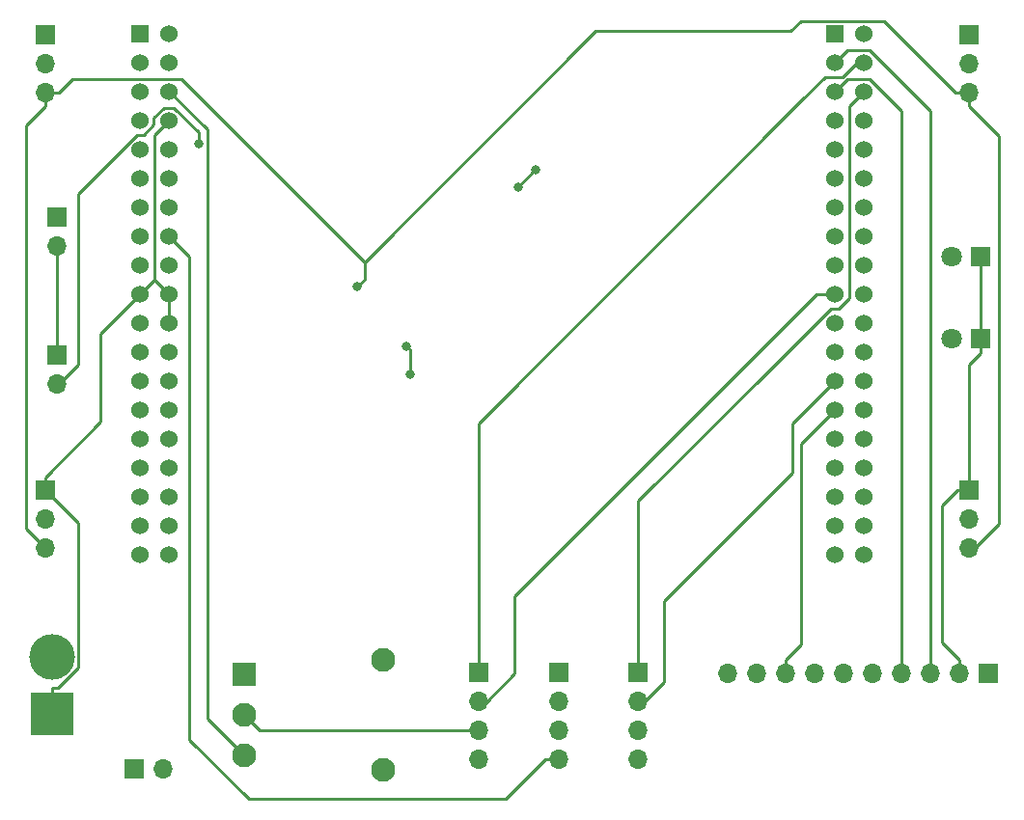
<source format=gbr>
%TF.GenerationSoftware,KiCad,Pcbnew,7.0.8*%
%TF.CreationDate,2023-10-27T03:08:27+09:00*%
%TF.ProjectId,doggedness_schemetic,646f6767-6564-46e6-9573-735f73636865,rev?*%
%TF.SameCoordinates,Original*%
%TF.FileFunction,Copper,L2,Bot*%
%TF.FilePolarity,Positive*%
%FSLAX46Y46*%
G04 Gerber Fmt 4.6, Leading zero omitted, Abs format (unit mm)*
G04 Created by KiCad (PCBNEW 7.0.8) date 2023-10-27 03:08:27*
%MOMM*%
%LPD*%
G01*
G04 APERTURE LIST*
%TA.AperFunction,ComponentPad*%
%ADD10C,1.530000*%
%TD*%
%TA.AperFunction,ComponentPad*%
%ADD11R,1.530000X1.530000*%
%TD*%
%TA.AperFunction,ComponentPad*%
%ADD12R,1.700000X1.700000*%
%TD*%
%TA.AperFunction,ComponentPad*%
%ADD13O,1.700000X1.700000*%
%TD*%
%TA.AperFunction,ComponentPad*%
%ADD14R,2.100000X2.100000*%
%TD*%
%TA.AperFunction,ComponentPad*%
%ADD15C,2.100000*%
%TD*%
%TA.AperFunction,ComponentPad*%
%ADD16R,3.800000X3.800000*%
%TD*%
%TA.AperFunction,ComponentPad*%
%ADD17C,4.000000*%
%TD*%
%TA.AperFunction,ComponentPad*%
%ADD18C,1.800000*%
%TD*%
%TA.AperFunction,ComponentPad*%
%ADD19R,1.800000X1.800000*%
%TD*%
%TA.AperFunction,ViaPad*%
%ADD20C,0.800000*%
%TD*%
%TA.AperFunction,Conductor*%
%ADD21C,0.250000*%
%TD*%
G04 APERTURE END LIST*
D10*
%TO.P,U1,CN10_38*%
%TO.N,N/C*%
X194818000Y-102616000D03*
%TO.P,U1,CN10_37,PA3*%
%TO.N,Net-(J9-RX)*%
X192278000Y-102616000D03*
%TO.P,U1,CN10_36*%
%TO.N,N/C*%
X194818000Y-100076000D03*
%TO.P,U1,CN10_35,PA2*%
%TO.N,Net-(J9-TX)*%
X192278000Y-100076000D03*
%TO.P,U1,CN10_34,PC4*%
%TO.N,unconnected-(U1B-PC4-PadCN10_34)*%
X194818000Y-97536000D03*
%TO.P,U1,CN10_33,PA10*%
%TO.N,unconnected-(U1B-PA10-PadCN10_33)*%
X192278000Y-97536000D03*
%TO.P,U1,CN10_32,AGND*%
%TO.N,unconnected-(U1B-AGND-PadCN10_32)*%
X194818000Y-94996000D03*
%TO.P,U1,CN10_31,PB3*%
%TO.N,unconnected-(U1B-PB3-PadCN10_31)*%
X192278000Y-94996000D03*
%TO.P,U1,CN10_30,PB13*%
%TO.N,unconnected-(U1B-PB13-PadCN10_30)*%
X194818000Y-92456000D03*
%TO.P,U1,CN10_29,PB5*%
%TO.N,MOTOR_TXE*%
X192278000Y-92456000D03*
%TO.P,U1,CN10_28,PB14*%
%TO.N,LED_RUN*%
X194818000Y-89916000D03*
%TO.P,U1,CN10_27,PB4*%
%TO.N,GY_INT*%
X192278000Y-89916000D03*
%TO.P,U1,CN10_26,PB15*%
%TO.N,LED_ERR*%
X194818000Y-87376000D03*
%TO.P,U1,CN10_25,PB10*%
%TO.N,Net-(J10-TX)*%
X192278000Y-87376000D03*
%TO.P,U1,CN10_24,PB1*%
%TO.N,unconnected-(U1B-PB1-PadCN10_24)*%
X194818000Y-84836000D03*
%TO.P,U1,CN10_23,PA8*%
%TO.N,unconnected-(U1B-PA8-PadCN10_23)*%
X192278000Y-84836000D03*
%TO.P,U1,CN10_22,PB2*%
%TO.N,unconnected-(U1B-PB2-PadCN10_22)*%
X194818000Y-82296000D03*
%TO.P,U1,CN10_21,PA9*%
%TO.N,unconnected-(U1B-PA9-PadCN10_21)*%
X192278000Y-82296000D03*
%TO.P,U1,CN10_20,CN10_GND*%
%TO.N,GND*%
X194818000Y-79756000D03*
%TO.P,U1,CN10_19,PC7*%
%TO.N,Net-(J8-RX)*%
X192278000Y-79756000D03*
%TO.P,U1,CN10_18*%
%TO.N,N/C*%
X194818000Y-77216000D03*
%TO.P,U1,CN10_17,PB6*%
%TO.N,MOTOR_TX*%
X192278000Y-77216000D03*
%TO.P,U1,CN10_16,PB12*%
%TO.N,unconnected-(U1B-PB12-PadCN10_16)*%
X194818000Y-74676000D03*
%TO.P,U1,CN10_15,PA7*%
%TO.N,unconnected-(U1B-PA7-PadCN10_15)*%
X192278000Y-74676000D03*
%TO.P,U1,CN10_14,PA11*%
%TO.N,CAN_RX*%
X194818000Y-72136000D03*
%TO.P,U1,CN10_13,PA6*%
%TO.N,unconnected-(U1B-PA6-PadCN10_13)*%
X192278000Y-72136000D03*
%TO.P,U1,CN10_12,PA12*%
%TO.N,CAN_TX*%
X194818000Y-69596000D03*
%TO.P,U1,CN10_11,PA5*%
%TO.N,unconnected-(U1B-PA5-PadCN10_11)*%
X192278000Y-69596000D03*
%TO.P,U1,CN10_10*%
%TO.N,N/C*%
X194818000Y-67056000D03*
%TO.P,U1,CN10_9,CN10_GND*%
%TO.N,GND*%
X192278000Y-67056000D03*
%TO.P,U1,CN10_8,U5V*%
%TO.N,unconnected-(U1B-U5V-PadCN10_8)*%
X194818000Y-64516000D03*
%TO.P,U1,CN10_7,AVDD*%
%TO.N,unconnected-(U1B-AVDD-PadCN10_7)*%
X192278000Y-64516000D03*
%TO.P,U1,CN10_6,PC5*%
%TO.N,Net-(J10-RX)*%
X194818000Y-61976000D03*
%TO.P,U1,CN10_5,PB9*%
%TO.N,GY_SDA*%
X192278000Y-61976000D03*
%TO.P,U1,CN10_4,PC6*%
%TO.N,Net-(J8-TX)*%
X194818000Y-59436000D03*
%TO.P,U1,CN10_3,PB8*%
%TO.N,GY_SCL*%
X192278000Y-59436000D03*
%TO.P,U1,CN10_2,PC8*%
%TO.N,unconnected-(U1B-PC8-PadCN10_2)*%
X194818000Y-56896000D03*
D11*
%TO.P,U1,CN10_1,PC9*%
%TO.N,unconnected-(U1B-PC9-PadCN10_1)*%
X192278000Y-56896000D03*
D10*
%TO.P,U1,CN7_38,PC0/PB8*%
%TO.N,unconnected-(U1A-PC0{slash}PB8-PadCN7_38)*%
X133858000Y-102616000D03*
%TO.P,U1,CN7_37,PC3*%
%TO.N,unconnected-(U1A-PC3-PadCN7_37)*%
X131318000Y-102616000D03*
%TO.P,U1,CN7_36,PC1/PB9*%
%TO.N,unconnected-(U1A-PC1{slash}PB9-PadCN7_36)*%
X133858000Y-100076000D03*
%TO.P,U1,CN7_35,PC2*%
%TO.N,unconnected-(U1A-PC2-PadCN7_35)*%
X131318000Y-100076000D03*
%TO.P,U1,CN7_34,PB0*%
%TO.N,unconnected-(U1A-PB0-PadCN7_34)*%
X133858000Y-97536000D03*
%TO.P,U1,CN7_33,VBAT*%
%TO.N,unconnected-(U1A-VBAT-PadCN7_33)*%
X131318000Y-97536000D03*
%TO.P,U1,CN7_32,PA4*%
%TO.N,unconnected-(U1A-PA4-PadCN7_32)*%
X133858000Y-94996000D03*
%TO.P,U1,CN7_31,PH1*%
%TO.N,unconnected-(U1A-PH1-PadCN7_31)*%
X131318000Y-94996000D03*
%TO.P,U1,CN7_30,PA1*%
%TO.N,unconnected-(U1A-PA1-PadCN7_30)*%
X133858000Y-92456000D03*
%TO.P,U1,CN7_29,PH0*%
%TO.N,unconnected-(U1A-PH0-PadCN7_29)*%
X131318000Y-92456000D03*
%TO.P,U1,CN7_28,PA0*%
%TO.N,Net-(U1A-PA0)*%
X133858000Y-89916000D03*
%TO.P,U1,CN7_27,PC15*%
%TO.N,unconnected-(U1A-PC15-PadCN7_27)*%
X131318000Y-89916000D03*
%TO.P,U1,CN7_26*%
%TO.N,N/C*%
X133858000Y-87376000D03*
%TO.P,U1,CN7_25,PC14*%
%TO.N,unconnected-(U1A-PC14-PadCN7_25)*%
X131318000Y-87376000D03*
%TO.P,U1,CN7_24,CN7_VIN*%
%TO.N,unconnected-(U1A-CN7_VIN-PadCN7_24)*%
X133858000Y-84836000D03*
%TO.P,U1,CN7_23,PC13*%
%TO.N,unconnected-(U1A-PC13-PadCN7_23)*%
X131318000Y-84836000D03*
%TO.P,U1,CN7_22,CN7_GND*%
%TO.N,GND*%
X133858000Y-82296000D03*
%TO.P,U1,CN7_21,PB7*%
%TO.N,MOTOR_RX*%
X131318000Y-82296000D03*
%TO.P,U1,CN7_20,CN7_GND*%
%TO.N,GND*%
X133858000Y-79756000D03*
%TO.P,U1,CN7_19,CN7_GND*%
X131318000Y-79756000D03*
%TO.P,U1,CN7_18,CN7_+5V*%
%TO.N,unconnected-(U1A-CN7_+5V-PadCN7_18)*%
X133858000Y-77216000D03*
%TO.P,U1,CN7_17,PA15*%
%TO.N,unconnected-(U1A-PA15-PadCN7_17)*%
X131318000Y-77216000D03*
%TO.P,U1,CN7_16,CN7_+3V3*%
%TO.N,+3.3V*%
X133858000Y-74676000D03*
%TO.P,U1,CN7_15,PA14*%
%TO.N,unconnected-(U1A-PA14-PadCN7_15)*%
X131318000Y-74676000D03*
%TO.P,U1,CN7_14,CN7_RESET*%
%TO.N,unconnected-(U1A-CN7_RESET-PadCN7_14)*%
X133858000Y-72136000D03*
%TO.P,U1,CN7_13,PA13*%
%TO.N,unconnected-(U1A-PA13-PadCN7_13)*%
X131318000Y-72136000D03*
%TO.P,U1,CN7_12,CN7_IOREF*%
%TO.N,unconnected-(U1A-CN7_IOREF-PadCN7_12)*%
X133858000Y-69596000D03*
%TO.P,U1,CN7_11*%
%TO.N,N/C*%
X131318000Y-69596000D03*
%TO.P,U1,CN7_10*%
X133858000Y-67056000D03*
%TO.P,U1,CN7_9*%
X131318000Y-67056000D03*
%TO.P,U1,CN7_8,CN7_GND*%
%TO.N,GND*%
X133858000Y-64516000D03*
%TO.P,U1,CN7_7,BOOT0*%
%TO.N,unconnected-(U1A-BOOT0-PadCN7_7)*%
X131318000Y-64516000D03*
%TO.P,U1,CN7_6,E5V*%
%TO.N,+5V*%
X133858000Y-61976000D03*
%TO.P,U1,CN7_5,VDD*%
%TO.N,unconnected-(U1A-VDD-PadCN7_5)*%
X131318000Y-61976000D03*
%TO.P,U1,CN7_4,PD2*%
%TO.N,unconnected-(U1A-PD2-PadCN7_4)*%
X133858000Y-59436000D03*
%TO.P,U1,CN7_3,PC12*%
%TO.N,unconnected-(U1A-PC12-PadCN7_3)*%
X131318000Y-59436000D03*
%TO.P,U1,CN7_2,PC11*%
%TO.N,unconnected-(U1A-PC11-PadCN7_2)*%
X133858000Y-56896000D03*
D11*
%TO.P,U1,CN7_1,PC10*%
%TO.N,unconnected-(U1A-PC10-PadCN7_1)*%
X131318000Y-56896000D03*
%TD*%
D12*
%TO.P,J11,1,-*%
%TO.N,GND*%
X130830000Y-121412000D03*
D13*
%TO.P,J11,2,+*%
%TO.N,+5V*%
X133370000Y-121412000D03*
%TD*%
D12*
%TO.P,J10,1,RX*%
%TO.N,Net-(J10-RX)*%
X175000000Y-113000000D03*
D13*
%TO.P,J10,2,TX*%
%TO.N,Net-(J10-TX)*%
X175000000Y-115540000D03*
%TO.P,J10,3,GND*%
%TO.N,GND*%
X175000000Y-118080000D03*
%TO.P,J10,4,VCC*%
%TO.N,+5V*%
X175000000Y-120620000D03*
%TD*%
D12*
%TO.P,J9,1,RX*%
%TO.N,Net-(J9-RX)*%
X168000000Y-113000000D03*
D13*
%TO.P,J9,2,TX*%
%TO.N,Net-(J9-TX)*%
X168000000Y-115540000D03*
%TO.P,J9,3,GND*%
%TO.N,GND*%
X168000000Y-118080000D03*
%TO.P,J9,4,VCC*%
%TO.N,+3.3V*%
X168000000Y-120620000D03*
%TD*%
%TO.P,JP1,2,B*%
%TO.N,Net-(J7-CANH)*%
X124000000Y-75540000D03*
D12*
%TO.P,JP1,1,A*%
%TO.N,Net-(JP1-A)*%
X124000000Y-73000000D03*
%TD*%
%TO.P,J5,1,GND*%
%TO.N,GND*%
X204000000Y-97000000D03*
D13*
%TO.P,J5,2,VDD*%
%TO.N,+BATT*%
X204000000Y-99540000D03*
%TO.P,J5,3,DATA*%
%TO.N,Net-(J2-DATA)*%
X204000000Y-102080000D03*
%TD*%
%TO.P,J7,2,CANL*%
%TO.N,Net-(J7-CANL)*%
X124000000Y-87650000D03*
D12*
%TO.P,J7,1,CANH*%
%TO.N,Net-(J7-CANH)*%
X124000000Y-85110000D03*
%TD*%
D14*
%TO.P,VR1,1,VI*%
%TO.N,+BATT*%
X140464000Y-113154000D03*
D15*
%TO.P,VR1,2,GND*%
%TO.N,GND*%
X140464000Y-116714000D03*
%TO.P,VR1,3,VO*%
%TO.N,+5V*%
X140464000Y-120274000D03*
%TO.P,VR1,4,VO_ADJ*%
%TO.N,Net-(VR1-VO_ADJ)*%
X152654000Y-121539000D03*
%TO.P,VR1,5,~{INHIBIT}*%
%TO.N,unconnected-(VR1-~{INHIBIT}-Pad5)*%
X152654000Y-111889000D03*
%TD*%
D12*
%TO.P,J2,1,GND*%
%TO.N,GND*%
X123000000Y-57000000D03*
D13*
%TO.P,J2,2,VDD*%
%TO.N,+BATT*%
X123000000Y-59540000D03*
%TO.P,J2,3,DATA*%
%TO.N,Net-(J2-DATA)*%
X123000000Y-62080000D03*
%TD*%
D12*
%TO.P,J4,1,GND*%
%TO.N,GND*%
X123000000Y-97000000D03*
D13*
%TO.P,J4,2,VDD*%
%TO.N,+BATT*%
X123000000Y-99540000D03*
%TO.P,J4,3,DATA*%
%TO.N,Net-(J2-DATA)*%
X123000000Y-102080000D03*
%TD*%
D12*
%TO.P,J3,1,GND*%
%TO.N,GND*%
X204000000Y-57000000D03*
D13*
%TO.P,J3,2,VDD*%
%TO.N,+BATT*%
X204000000Y-59540000D03*
%TO.P,J3,3,DATA*%
%TO.N,Net-(J2-DATA)*%
X204000000Y-62080000D03*
%TD*%
D16*
%TO.P,J1,1,-*%
%TO.N,GND*%
X123571000Y-116586000D03*
D17*
%TO.P,J1,2,+*%
%TO.N,+BATT*%
X123571000Y-111586000D03*
%TD*%
D18*
%TO.P,D2,2,A*%
%TO.N,Net-(D2-A)*%
X202460000Y-83693000D03*
D19*
%TO.P,D2,1,K*%
%TO.N,GND*%
X205000000Y-83693000D03*
%TD*%
D12*
%TO.P,J8,1,TX*%
%TO.N,Net-(J8-TX)*%
X161000000Y-113000000D03*
D13*
%TO.P,J8,2,RX*%
%TO.N,Net-(J8-RX)*%
X161000000Y-115540000D03*
%TO.P,J8,3,GND*%
%TO.N,GND*%
X161000000Y-118080000D03*
%TO.P,J8,4*%
%TO.N,N/C*%
X161000000Y-120620000D03*
%TD*%
D12*
%TO.P,J6,1,VCC*%
%TO.N,+5V*%
X205740000Y-113030000D03*
D13*
%TO.P,J6,2,GND*%
%TO.N,GND*%
X203200000Y-113030000D03*
%TO.P,J6,3,SCL*%
%TO.N,GY_SCL*%
X200660000Y-113030000D03*
%TO.P,J6,4,SDA*%
%TO.N,GY_SDA*%
X198120000Y-113030000D03*
%TO.P,J6,5,EDA*%
%TO.N,unconnected-(J6-EDA-Pad5)*%
X195580000Y-113030000D03*
%TO.P,J6,6,ECL*%
%TO.N,unconnected-(J6-ECL-Pad6)*%
X193040000Y-113030000D03*
%TO.P,J6,7,AD0*%
%TO.N,unconnected-(J6-AD0-Pad7)*%
X190500000Y-113030000D03*
%TO.P,J6,8,INT*%
%TO.N,GY_INT*%
X187960000Y-113030000D03*
%TO.P,J6,9,NCS*%
%TO.N,unconnected-(J6-NCS-Pad9)*%
X185420000Y-113030000D03*
%TO.P,J6,10,FSYNC*%
%TO.N,unconnected-(J6-FSYNC-Pad10)*%
X182880000Y-113030000D03*
%TD*%
D18*
%TO.P,D1,2,A*%
%TO.N,Net-(D1-A)*%
X202460000Y-76454000D03*
D19*
%TO.P,D1,1,K*%
%TO.N,GND*%
X205000000Y-76454000D03*
%TD*%
D20*
%TO.N,MOTOR_RX*%
X154979000Y-86771900D03*
X154694000Y-84328000D03*
%TO.N,Net-(J2-DATA)*%
X150372000Y-79125300D03*
%TO.N,Net-(J7-CANL)*%
X136430000Y-66546700D03*
%TO.N,+5V*%
X165989000Y-68834000D03*
X164465000Y-70358000D03*
%TD*%
D21*
%TO.N,Net-(J10-TX)*%
X188531000Y-95441400D02*
X188531000Y-91122600D01*
X188531000Y-91122600D02*
X192278000Y-87376000D01*
X177268000Y-106704000D02*
X185087000Y-98885400D01*
X185087000Y-98885400D02*
X188531000Y-95441400D01*
X177268000Y-113816000D02*
X177268000Y-106704000D01*
X175544000Y-115540000D02*
X177268000Y-113816000D01*
X175000000Y-115540000D02*
X175544000Y-115540000D01*
%TO.N,Net-(J10-RX)*%
X175000000Y-97903800D02*
X175000000Y-113000000D01*
X186798000Y-86106000D02*
X175000000Y-97903800D01*
X191878000Y-81026000D02*
X186798000Y-86106000D01*
X193548000Y-80088500D02*
X192610000Y-81026000D01*
X193548000Y-63246000D02*
X193548000Y-80088500D01*
X192610000Y-81026000D02*
X191878000Y-81026000D01*
X194818000Y-61976000D02*
X193548000Y-63246000D01*
%TO.N,Net-(J8-TX)*%
X189383000Y-62712300D02*
X161000000Y-91095300D01*
X191389000Y-60706000D02*
X189383000Y-62712300D01*
X192922000Y-60706000D02*
X191389000Y-60706000D01*
X194192000Y-59436000D02*
X192922000Y-60706000D01*
X194818000Y-59436000D02*
X194192000Y-59436000D01*
X161000000Y-91095300D02*
X161000000Y-113000000D01*
%TO.N,Net-(J8-RX)*%
X190651000Y-79756000D02*
X192278000Y-79756000D01*
X164172000Y-106235000D02*
X190651000Y-79756000D01*
X164172000Y-113069000D02*
X164172000Y-106235000D01*
X161671000Y-115570000D02*
X164172000Y-113069000D01*
X161030000Y-115570000D02*
X161671000Y-115570000D01*
X161000000Y-115540000D02*
X161030000Y-115570000D01*
%TO.N,MOTOR_RX*%
X154979000Y-84613000D02*
X154694000Y-84328000D01*
X154979000Y-86771900D02*
X154979000Y-84613000D01*
%TO.N,Net-(J2-DATA)*%
X204028000Y-102108000D02*
X204000000Y-102080000D01*
X204470000Y-102108000D02*
X204028000Y-102108000D01*
X206629000Y-99949000D02*
X204470000Y-102108000D01*
X206629000Y-65885900D02*
X206629000Y-99949000D01*
X204000000Y-63256900D02*
X206629000Y-65885900D01*
X204000000Y-62080000D02*
X204000000Y-63256900D01*
X151000000Y-78497400D02*
X151000000Y-76978000D01*
X150372000Y-79125300D02*
X151000000Y-78497400D01*
X123000000Y-63256900D02*
X123000000Y-62080000D01*
X121285000Y-64971900D02*
X123000000Y-63256900D01*
X121285000Y-100330000D02*
X121285000Y-64971900D01*
X123000000Y-102045000D02*
X121285000Y-100330000D01*
X123000000Y-102080000D02*
X123000000Y-102045000D01*
X202823000Y-62080000D02*
X204000000Y-62080000D01*
X196537000Y-55794100D02*
X202823000Y-62080000D01*
X189285000Y-55794100D02*
X196537000Y-55794100D01*
X188388000Y-56691300D02*
X189285000Y-55794100D01*
X171287000Y-56691300D02*
X188388000Y-56691300D01*
X151000000Y-76978000D02*
X171287000Y-56691300D01*
X124177000Y-62080000D02*
X123000000Y-62080000D01*
X125376000Y-60880800D02*
X124177000Y-62080000D01*
X134903000Y-60880800D02*
X125376000Y-60880800D01*
X151000000Y-76978000D02*
X134903000Y-60880800D01*
%TO.N,Net-(J7-CANH)*%
X124000000Y-85110000D02*
X124000000Y-75540000D01*
%TO.N,Net-(J7-CANL)*%
X124186000Y-87650000D02*
X124000000Y-87650000D01*
X125857000Y-85979000D02*
X124186000Y-87650000D01*
X125857000Y-70959700D02*
X125857000Y-85979000D01*
X131031000Y-65786000D02*
X125857000Y-70959700D01*
X131605000Y-65786000D02*
X131031000Y-65786000D01*
X132522000Y-64869300D02*
X131605000Y-65786000D01*
X132522000Y-64265000D02*
X132522000Y-64869300D01*
X133391000Y-63395800D02*
X132522000Y-64265000D01*
X134289000Y-63395800D02*
X133391000Y-63395800D01*
X136430000Y-65536700D02*
X134289000Y-63395800D01*
X136430000Y-66546700D02*
X136430000Y-65536700D01*
%TO.N,+3.3V*%
X166823000Y-120620000D02*
X168000000Y-120620000D01*
X163364000Y-124079000D02*
X166823000Y-120620000D01*
X140843000Y-124079000D02*
X163364000Y-124079000D01*
X135636000Y-118872000D02*
X140843000Y-124079000D01*
X135636000Y-76454000D02*
X135636000Y-118872000D01*
X133858000Y-74676000D02*
X135636000Y-76454000D01*
%TO.N,GY_INT*%
X189325000Y-92869400D02*
X192278000Y-89916000D01*
X189325000Y-110488000D02*
X189325000Y-92869400D01*
X187960000Y-111853000D02*
X189325000Y-110488000D01*
X187960000Y-113030000D02*
X187960000Y-111853000D01*
%TO.N,GY_SDA*%
X198120000Y-63695800D02*
X198120000Y-113030000D01*
X195307000Y-60882400D02*
X198120000Y-63695800D01*
X193385000Y-60882400D02*
X195307000Y-60882400D01*
X192291000Y-61976000D02*
X193385000Y-60882400D01*
X192278000Y-61976000D02*
X192291000Y-61976000D01*
%TO.N,GY_SCL*%
X200660000Y-63717100D02*
X200660000Y-113030000D01*
X195283000Y-58340400D02*
X200660000Y-63717100D01*
X193374000Y-58340400D02*
X195283000Y-58340400D01*
X192278000Y-59436000D02*
X193374000Y-58340400D01*
%TO.N,+5V*%
X164465000Y-70358000D02*
X165862000Y-68961000D01*
X137181000Y-116991000D02*
X140464000Y-120274000D01*
X137181000Y-65298900D02*
X137181000Y-116991000D01*
X133858000Y-61976000D02*
X137181000Y-65298900D01*
X165989000Y-68834000D02*
X165862000Y-68961000D01*
X165862000Y-68961000D02*
X165626000Y-69196500D01*
%TO.N,GND*%
X202974000Y-97000000D02*
X204000000Y-97000000D01*
X201676000Y-98298000D02*
X202974000Y-97000000D01*
X201676000Y-110329000D02*
X201676000Y-98298000D01*
X203200000Y-111853000D02*
X201676000Y-110329000D01*
X203200000Y-113030000D02*
X203200000Y-111853000D01*
X131318000Y-79756000D02*
X132588000Y-78486000D01*
X132588000Y-65786000D02*
X133858000Y-64516000D01*
X132588000Y-78486000D02*
X132588000Y-65786000D01*
X123035000Y-97000000D02*
X123000000Y-97000000D01*
X125910000Y-99874800D02*
X123035000Y-97000000D01*
X125910000Y-112577000D02*
X125910000Y-99874800D01*
X124128000Y-114359000D02*
X125910000Y-112577000D01*
X123571000Y-114359000D02*
X124128000Y-114359000D01*
X123571000Y-116586000D02*
X123571000Y-114359000D01*
X204000000Y-85919900D02*
X204000000Y-97000000D01*
X205000000Y-84919900D02*
X204000000Y-85919900D01*
X205000000Y-83693000D02*
X205000000Y-84919900D01*
X133858000Y-82296000D02*
X133858000Y-79756000D01*
X205000000Y-83693000D02*
X205000000Y-76454000D01*
X132747000Y-78644700D02*
X132588000Y-78486000D01*
X133858000Y-79756000D02*
X132747000Y-78644700D01*
X127858000Y-83216300D02*
X131318000Y-79756000D01*
X127858000Y-90965400D02*
X127858000Y-83216300D01*
X123000000Y-95823100D02*
X127858000Y-90965400D01*
X123000000Y-97000000D02*
X123000000Y-95823100D01*
X141830000Y-118080000D02*
X140464000Y-116714000D01*
X161000000Y-118080000D02*
X141830000Y-118080000D01*
%TD*%
M02*

</source>
